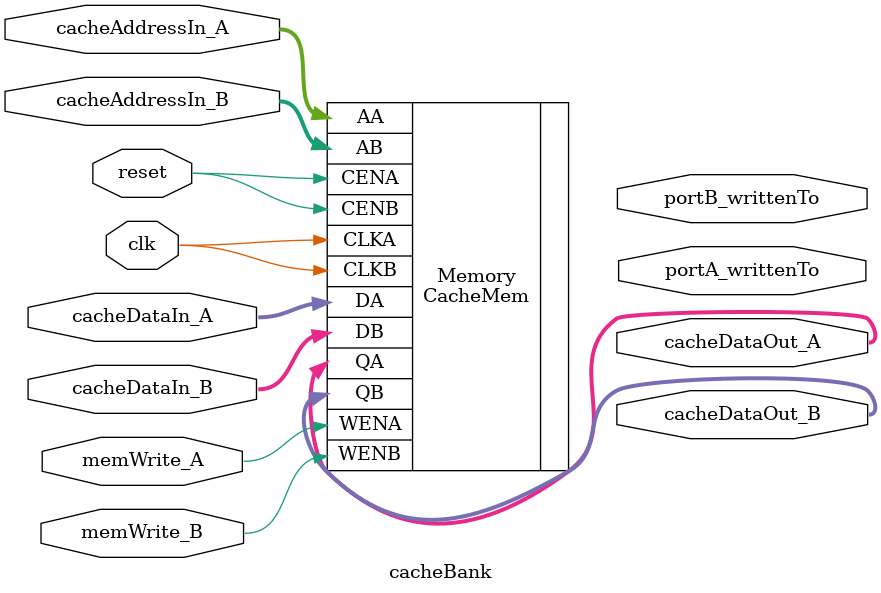
<source format=v>
`include "CacheMem.v"

`timescale 1 ns/1 ps
`celldefine

module cacheBank( 
	input clk,
	input reset,
	
	//Port A
	input [31:0] cacheDataIn_A,
	input [7:0] cacheAddressIn_A,
	input memWrite_A,
	output  [31:0] cacheDataOut_A,
	output portA_writtenTo,
	
	//Port B
	input [31:0] cacheDataIn_B,
	input [7:0] cacheAddressIn_B,
	input memWrite_B,
	output [31:0] cacheDataOut_B,
	output  portB_writtenTo
	);

CacheMem Memory( .QA(cacheDataOut_A), .QB(cacheDataOut_B), .CLKA(clk), .CENA(reset), .WENA(memWrite_A), .AA(cacheAddressIn_A), .DA(cacheDataIn_A), .CLKB(clk), .CENB(reset), .WENB(memWrite_B), .AB(cacheAddressIn_B), .DB(cacheDataIn_B));


endmodule
`endcelldefine
	     

// parameters for the width 
/*
parameter ADR   = `CACHE_BANK_ADDRESS_WIDTH;
parameter DAT   = `DATA_WIDTH;
parameter DPTH  = `CACHE_BANK_LINES;

//internal variables
reg [DPTH-1:0] isWritten;
*/





/*always @ (posedge clk)

begin

 	if (reset) begin
		isWritten <= {DPTH{1'b0}};
		//portA_writtenTo <= 1;
		//portB_writtenTo <= 1;
 	end

 	else begin

	  	if (~memWrite_A) begin
			isWritten[cacheAddressIn_A] <= 1;
	  	end

		else begin
			portA_writtenTo <= isWritten[cacheAddressIn_A];
	  	end

	  	if (~memWrite_B) begin
			isWritten[cacheAddressIn_B] <= 1;
	  	end

		else begin
			portB_writtenTo <= isWritten[cacheAddressIn_B];	  	
		end

	  	
  	end
end
*/	


</source>
